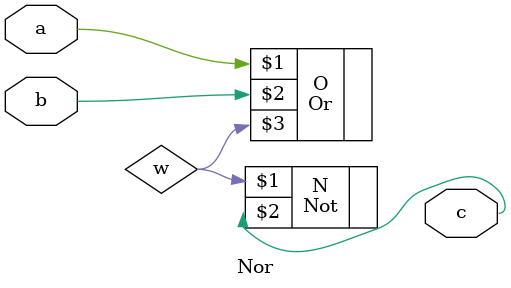
<source format=v>
`timescale 1ns / 1ps

`include "Or.v"
`include "Not.v"

module Nor(
    input a,
    input b,
    output c
    );

wire w;

Or O(a, b, w);
Not N(w, c);

endmodule

</source>
